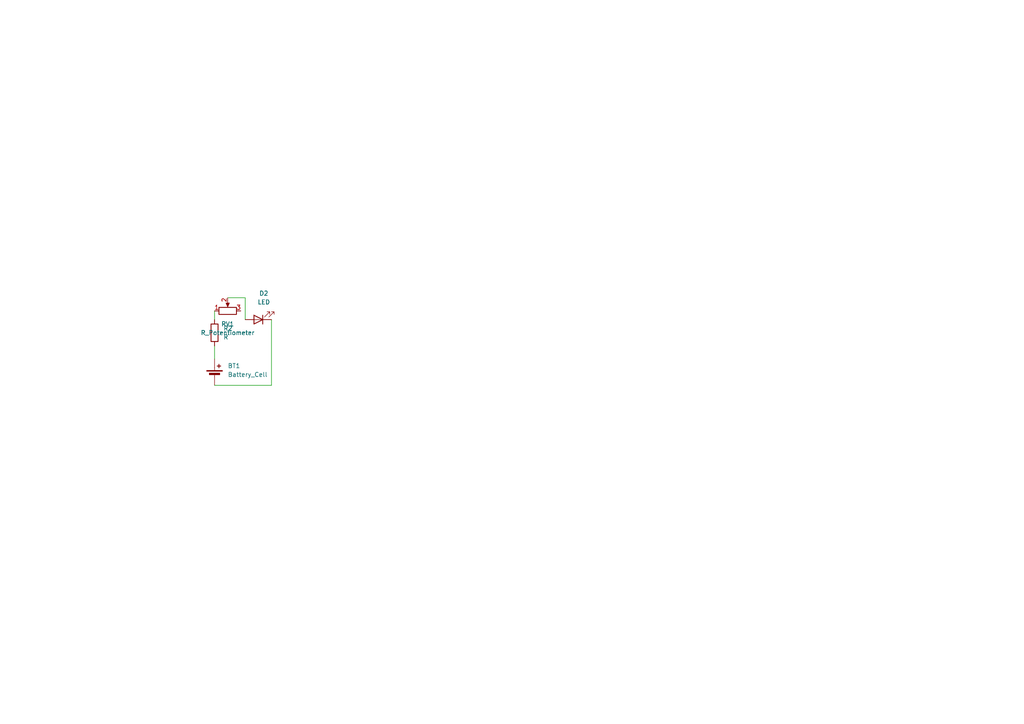
<source format=kicad_sch>
(kicad_sch (version 20250114) (generator "eeschema") (generator_version "9.0")
  (paper "A4")
  (lib_symbols
    (symbol "Device:Battery_Cell" (pin_numbers (hide yes)) (pin_names (offset 0) (hide yes))
      (property "Reference" "BT" (at 2.54 2.54 0))
      (property "Value" "Battery_Cell" (at 2.54 0 0))
      (symbol "Battery_Cell_0_1"
        (rectangle (start -2.286 1.778) (end 2.286 1.524) (fill (type outline)))
        (rectangle (start -1.524 1.016) (end 1.524 0.508) (fill (type outline)))
        (polyline (pts (xy 0 1.778) (xy 0 2.54)))
        (polyline (pts (xy 0 0.762) (xy 0 0)))
        (polyline (pts (xy 0.762 3.048) (xy 1.778 3.048)) (stroke (width 0.254)))
        (polyline (pts (xy 1.27 3.556) (xy 1.27 2.54)) (stroke (width 0.254)))
      )
      (symbol "Battery_Cell_1_1"
        (pin passive line (at 0 5.08 270) (length 2.54) (name "+") (number "1"))
        (pin passive line (at 0 -2.54 90) (length 2.54) (name "-") (number "2"))
      )
    )
    (symbol "Device:LED" (pin_numbers (hide yes)) (pin_names (offset 1.016) (hide yes))
      (property "Reference" "D" (at 0 2.54 0))
      (property "Value" "LED" (at 0 -2.54 0))
      (symbol "LED_0_1"
        (polyline (pts (xy -3.048 -0.762) (xy -4.572 -2.286) (xy -3.81 -2.286) (xy -4.572 -2.286) (xy -4.572 -1.524)))
        (polyline (pts (xy -1.778 -0.762) (xy -3.302 -2.286) (xy -2.54 -2.286) (xy -3.302 -2.286) (xy -3.302 -1.524)))
        (polyline (pts (xy -1.27 0) (xy 1.27 0)))
        (polyline (pts (xy -1.27 -1.27) (xy -1.27 1.27)) (stroke (width 0.254)))
        (polyline (pts (xy 1.27 -1.27) (xy 1.27 1.27) (xy -1.27 0) (xy 1.27 -1.27)) (stroke (width 0.254)))
      )
      (symbol "LED_1_1"
        (pin passive line (at -3.81 0 0) (length 2.54) (name "K") (number "1"))
        (pin passive line (at 3.81 0 180) (length 2.54) (name "A") (number "2"))
      )
    )
    (symbol "Device:R" (pin_numbers (hide yes)) (pin_names (offset 0))
      (property "Reference" "R" (at 2.032 0 90))
      (property "Value" "R" (at 0 0 90))
      (symbol "R_0_1"
        (rectangle (start -1.016 -2.54) (end 1.016 2.54) (stroke (width 0.254)))
      )
      (symbol "R_1_1"
        (pin passive line (at 0 3.81 270) (length 1.27) (name "~") (number "1"))
        (pin passive line (at 0 -3.81 90) (length 1.27) (name "~") (number "2"))
      )
    )
    (symbol "Device:R_Potentiometer" (pin_names (offset 1.016) (hide yes))
      (property "Reference" "RV" (at -4.445 0 90))
      (property "Value" "R_Potentiometer" (at -2.54 0 90))
      (symbol "R_Potentiometer_0_1"
        (rectangle (start 1.016 2.54) (end -1.016 -2.54) (stroke (width 0.254)))
        (polyline (pts (xy 1.143 0) (xy 2.286 0.508) (xy 2.286 -0.508) (xy 1.143 0)) (fill (type outline)))
        (polyline (pts (xy 2.54 0) (xy 1.524 0)))
      )
      (symbol "R_Potentiometer_1_1"
        (pin passive line (at 0 3.81 270) (length 1.27) (name "1") (number "1"))
        (pin passive line (at 0 -3.81 90) (length 1.27) (name "3") (number "3"))
        (pin passive line (at 3.81 0 180) (length 1.27) (name "2") (number "2"))
      )
    )
  )
  (wire (pts (xy 66.04 86.36) (xy 71.12 86.36)))
  (wire (pts (xy 62.23 100.33) (xy 62.23 104.14)))
  (wire (pts (xy 78.74 111.76) (xy 62.23 111.76)))
  (wire (pts (xy 71.12 86.36) (xy 71.12 92.71)))
  (wire (pts (xy 62.23 90.17) (xy 62.23 92.71)))
  (wire (pts (xy 78.74 92.71) (xy 78.74 111.76)))
  (symbol (lib_id "Device:Battery_Cell") (at 62.23 109.22 0) (unit 1)
    (property "Reference" "BT1" (at 66.04 106.1084 0) (effects (justify left)))
    (property "Value" "Battery_Cell" (at 66.04 108.6484 0) (effects (justify left)))
    (property "Footprint" "Battery_MODIFIED:BatteryHolder_Keystone_3034_1x20mm MODIFIED" (effects (hide yes)))
    (property "Description" "Single-cell battery" (effects (hide yes)))
  )
  (symbol (lib_id "Device:LED") (at 74.93 92.71 180) (unit 1)
    (property "Reference" "D2" (at 76.5175 85.09 0))
    (property "Value" "LED" (at 76.5175 87.63 0))
    (property "Footprint" "no_silk:LED_D5.0mm" (effects (hide yes)))
    (property "Description" "Light emitting diode" (effects (hide yes)))
    (property "Sim.Pins" "1=K 2=A" (effects (hide yes)))
  )
  (symbol (lib_id "Device:R") (at 62.23 96.52 0) (unit 1)
    (property "Reference" "R2" (at 64.77 95.2499 0) (effects (justify left)))
    (property "Value" "R" (at 64.77 97.7899 0) (effects (justify left)))
    (property "Footprint" "no_silk:R_Axial_DIN0207_L6.3mm_D2.5mm_P7.62mm_Horizontal" (effects (hide yes)))
    (property "Description" "Resistor" (effects (hide yes)))
  )
  (symbol (lib_id "Device:R_Potentiometer") (at 66.04 90.17 90) (unit 1)
    (property "Reference" "RV1" (at 66.04 93.98 90))
    (property "Value" "R_Potentiometer" (at 66.04 96.52 90))
    (property "Footprint" "no_silk:Potentiometer_Vishay_T73YP_Vertical" (effects (hide yes)))
    (property "Description" "Potentiometer" (effects (hide yes)))
  )
)
</source>
